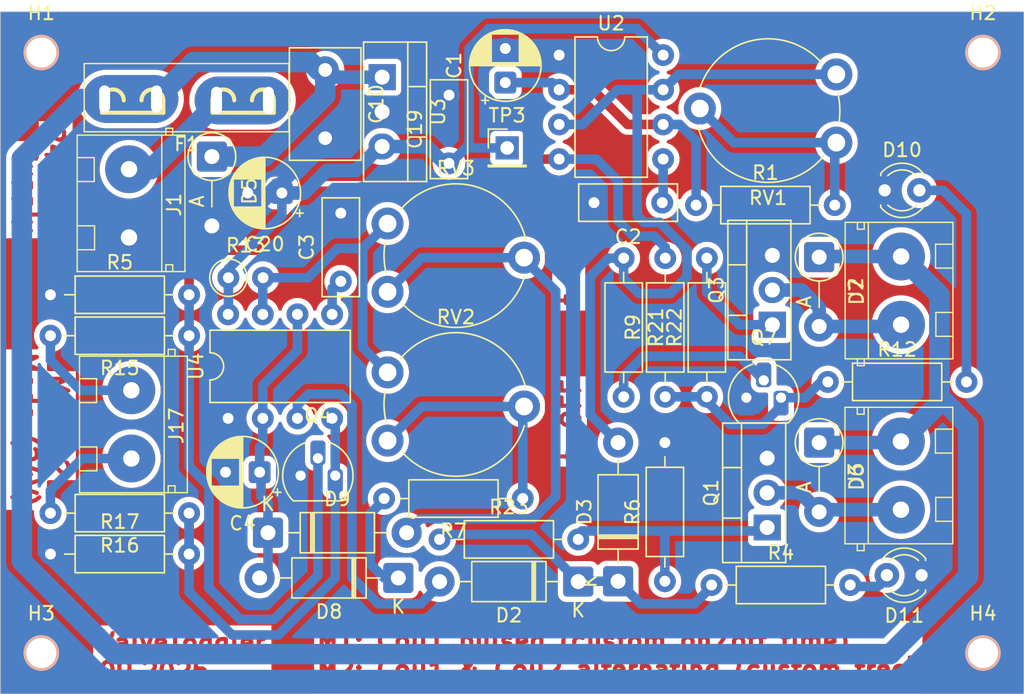
<source format=kicad_pcb>
(kicad_pcb (version 20241229) (generator "pcbnew") (generator_version "9.0")
  (layers (0 "F.Cu" signal) (4 "In1.Cu" signal) (6 "In2.Cu" signal) (2 "B.Cu" signal) (13 "F.Paste" user) (15 "B.Paste" user) (5 "F.SilkS" user "F.Silkscreen") (7 "B.SilkS" user "B.Silkscreen") (1 "F.Mask" user) (3 "B.Mask" user) (25 "Edge.Cuts" user))
  (net 0 "")
  (net 1 "GND")
  (net 2 "Net-(U2-THR)")
  (net 3 "Net-(U2-CV)")
  (net 4 "+24V")
  (net 5 "Net-(D6-A)")
  (net 6 "Net-(D7-A)")
  (net 7 "Net-(J1-Pin_1)")
  (net 8 "+12V")
  (net 9 "Net-(U4-CV)")
  (net 10 "Net-(D8-A)")
  (net 11 "Net-(D8-K)")
  (net 12 "Net-(D9-A)")
  (net 13 "Net-(D10-A)")
  (net 14 "Net-(D11-A)")
  (net 15 "/MODE_DOUBLE_IN")
  (net 16 "/MODE_SINGLE_IN")
  (net 17 "/MODE_DOUBLE_12V")
  (net 18 "Net-(R1-Pad2)")
  (net 19 "Net-(U4-DIS)")
  (net 20 "/MODE_SINGLE_12V")
  (net 21 "/F1_signal-mode1")
  (net 22 "/MOS1")
  (net 23 "/F2_signal-mode2")
  (net 24 "Net-(Q1-G)")
  (net 25 "/MOS2")
  (net 26 "Net-(Q7-G)")
  (net 27 "Net-(Q3-G)")
  (net 28 "Net-(R7-Pad1)")
  (footprint "misc_libJonny:Fuseholder_Automotive-Mini_Fuse11x4x16_Footprint15x5_Inline" (layer "F.Cu") (at 62.642 51.408 180)
    (property "Reference" "F1")
    (property "Value" "slow, max 4A")
  )
  (footprint "Diode_THT:D_DO-41_SOD81_P5.08mm_Vertical_AnodeUp" (layer "F.Cu") (at 102.997 62.992 -90)
    (property "Reference" "D7")
    (property "Value" "D")
  )
  (footprint "Diode_THT:D_DO-41_SOD81_P10.16mm_Horizontal" (layer "F.Cu") (at 88.265 86.741 90)
    (property "Reference" "D3")
    (property "Value" "1N5817")
  )
  (footprint "Diode_THT:D_DO-41_SOD81_P5.08mm_Vertical_AnodeUp" (layer "F.Cu") (at 102.997 76.581 -90)
    (property "Reference" "D6")
    (property "Value" "D")
  )
  (footprint "Resistor_THT:R_Axial_DIN0207_L6.3mm_D2.5mm_P10.16mm_Horizontal" (layer "F.Cu") (at 46.67 84.75)
    (property "Reference" "R17")
    (property "Value" "2k2")
  )
  (footprint "Resistor_THT:R_Axial_DIN0207_L6.3mm_D2.5mm_P10.16mm_Horizontal" (layer "F.Cu") (at 91.720295 73.225991 90)
    (property "Reference" "R9")
    (property "Value" "10k")
  )
  (footprint "Resistor_THT:R_Axial_DIN0207_L6.3mm_D2.5mm_P10.16mm_Horizontal" (layer "F.Cu") (at 88.672295 63.065991 -90)
    (property "Reference" "R21")
    (property "Value" "330")
  )
  (footprint "resistors_libJonny:Potentiometer_Piher_PT-10-V10_Vertical" (layer "F.Cu") (at 71.374 76.437)
    (property "Reference" "RV2")
    (property "Value" "100k_t-off")
  )
  (footprint "Capacitor_THT:CP_Radial_D5.0mm_P2.50mm" (layer "F.Cu") (at 80 50.205113 90)
    (property "Reference" "C1")
    (property "Value" "47u")
  )
  (footprint "Resistor_THT:R_Axial_DIN0207_L6.3mm_D2.5mm_P10.16mm_Horizontal" (layer "F.Cu") (at 94.768295 73.225991 90)
    (property "Reference" "R22")
    (property "Value" "330")
  )
  (footprint "Diode_THT:D_DO-41_SOD81_P10.16mm_Horizontal" (layer "F.Cu") (at 85.343402 86.767456 180)
    (property "Reference" "D2")
    (property "Value" "1N5817")
  )
  (footprint "Package_TO_SOT_THT:TO-220-3_Vertical" (layer "F.Cu") (at 99.568 67.945 90)
    (property "Reference" "Q3")
    (property "Value" "IRFZ24N")
  )
  (footprint "Capacitor_THT:C_Disc_D7.0mm_W2.5mm_P5.00mm" (layer "F.Cu") (at 75.874988 56.1208 90)
    (property "Reference" "C19")
    (property "Value" "100nF")
  )
  (footprint "LED_THT:LED_D3.0mm_Clear" (layer "F.Cu") (at 110.5 86.3 180)
    (property "Reference" "D11")
    (property "Value" "LED1_green")
  )
  (footprint "Resistor_THT:R_Axial_DIN0207_L6.3mm_D2.5mm_P10.16mm_Horizontal" (layer "F.Cu") (at 95.113214 87.01777)
    (property "Reference" "R4")
    (property "Value" "1k5")
  )
  (footprint "terminals_libJonny:ScrewTerminal_P5mm_2Pin_FP10x8" (layer "F.Cu") (at 52.428 56.551 -90)
    (property "Reference" "J1")
    (property "Value" "24V IN")
  )
  (footprint "Diode_THT:D_DO-41_SOD81_P10.16mm_Horizontal" (layer "F.Cu") (at 72.16 86.5 180)
    (property "Reference" "D8")
    (property "Value" "1N5817")
  )
  (footprint "Package_DIP:DIP-8_W7.62mm" (layer "F.Cu") (at 59.69 74.805 90)
    (property "Reference" "U4")
    (property "Value" "NE555P")
  )
  (footprint "Resistor_THT:R_Axial_DIN0207_L6.3mm_D2.5mm_P2.54mm_Vertical" (layer "F.Cu") (at 59.71 64.5)
    (property "Reference" "R13")
    (property "Value" "1k5_t-onMin")
  )
  (footprint "Resistor_THT:R_Axial_DIN0207_L6.3mm_D2.5mm_P10.16mm_Horizontal" (layer "F.Cu") (at 75.183045 83.674545)
    (property "Reference" "R23")
    (property "Value" "330")
  )
  (footprint "terminals_libJonny:ScrewTerminal_P5mm_2Pin_FP10x8" (layer "F.Cu") (at 109 67.945 90)
    (property "Reference" "J2")
    (property "Value" "Coil2")
  )
  (footprint "Capacitor_THT:C_Disc_D7.0mm_W2.5mm_P5.00mm" (layer "F.Cu") (at 91.5 59 180)
    (property "Reference" "C2")
    (property "Value" "100nF")
  )
  (footprint "resistors_libJonny:Potentiometer_Piher_PT-10-V10_Vertical" (layer "F.Cu") (at 104.255369 49.603308 180)
    (property "Reference" "RV1")
    (property "Value" "50k_freq1")
  )
  (footprint "Resistor_THT:R_Axial_DIN0207_L6.3mm_D2.5mm_P10.16mm_Horizontal" (layer "F.Cu") (at 56.83 68.75 180)
    (property "Reference" "R15")
    (property "Value" "2k2")
  )
  (footprint "Package_TO_SOT_THT:TO-220-3_Vertical" (layer "F.Cu") (at 70.975471 49.804903 -90)
    (property "Reference" "U3")
    (property "Value" "L7812")
  )
  (footprint "mountingHoles_libJonny:MountingHole_2.2mm_NPTH-with-pad_DRC-clearance-error" (layer "F.Cu") (at 115 92)
    (property "Reference" "H4")
    (property "Value" "MountingHole_Pad" (hide yes))
  )
  (footprint "Resistor_THT:R_Axial_DIN0207_L6.3mm_D2.5mm_P10.16mm_Horizontal" (layer "F.Cu") (at 81.280546 80.682207 180)
    (property "Reference" "R7")
    (property "Value" "3k3_t-offMin")
  )
  (footprint "Resistor_THT:R_Axial_DIN0207_L6.3mm_D2.5mm_P10.16mm_Horizontal" (layer "F.Cu") (at 103.632 72.136)
    (property "Reference" "R12")
    (property "Value" "1k5")
  )
  (footprint "terminals_libJonny:ScrewTerminal_P5mm_2Pin_FP10x8" (layer "F.Cu") (at 108.989 81.498 90)
    (property "Reference" "J3")
    (property "Value" "Coil1")
  )
  (footprint "Package_TO_SOT_THT:TO-220-3_Vertical" (layer "F.Cu") (at 99.187 82.804 90)
    (property "Reference" "Q1")
    (property "Value" "IRFZ24N")
  )
  (footprint "mountingHoles_libJonny:MountingHole_2.2mm_NPTH-with-pad_DRC-clearance-error" (layer "F.Cu") (at 46 92)
    (property "Reference" "H3")
    (property "Value" "MountingHole_Pad" (hide yes))
  )
  (footprint "mountingHoles_libJonny:MountingHole_2.2mm_NPTH-with-pad_DRC-clearance-error" (layer "F.Cu") (at 115 48)
    (property "Reference" "H2")
    (property "Value" "MountingHole_Pad" (hide yes))
  )
  (footprint "Capacitor_THT:CP_Radial_D5.0mm_P2.50mm" (layer "F.Cu") (at 62 78.75 180)
    (property "Reference" "C4")
    (property "Value" "47u")
  )
  (footprint "Package_TO_SOT_THT:TO-92_HandSolder" (layer "F.Cu") (at 97.663 73.291)
    (property "Reference" "Q7")
    (property "Value" "2N7000")
  )
  (footprint "Resistor_THT:R_Axial_DIN0207_L6.3mm_D2.5mm_P10.16mm_Horizontal" (layer "F.Cu") (at 46.67 65.75)
    (property "Reference" "R5")
    (property "Value" "2k2")
  )
  (footprint "Capacitor_THT:C_Disc_D7.0mm_W2.5mm_P5.00mm" (layer "F.Cu") (at 67.945 64.77 90)
    (property "Reference" "C3")
    (property "Value" "100nF")
  )
  (footprint "Resistor_THT:R_Axial_DIN0207_L6.3mm_D2.5mm_P10.16mm_Horizontal" (layer "F.Cu") (at 91.694 86.741 90)
    (property "Reference" "R6")
    (property "Value" "10k")
  )
  (footprint "Connector_PinHeader_2.54mm:PinHeader_1x01_P2.54mm_Vertical" (layer "F.Cu") (at 80.137 54.991)
    (property "Reference" "TP3")
    (property "Value" "12V")
  )
  (footprint "resistors_libJonny:Potentiometer_Piher_PT-10-V10_Vertical" (layer "F.Cu") (at 71.374 65.532)
    (property "Reference" "RV3")
    (property "Value" "50k_t-on")
  )
  (footprint "Package_TO_SOT_THT:TO-92_HandSolder" (layer "F.Cu") (at 65 79)
    (property "Reference" "Q4")
    (property "Value" "2N7000")
  )
  (footprint "Capacitor_THT:CP_Radial_D5.0mm_P2.50mm" (layer "F.Cu") (at 63.627 58.293 180)
    (property "Reference" "C20")
    (property "Value" "47u")
  )
  (footprint "Package_DIP:DIP-8_W7.62mm" (layer "F.Cu") (at 83.945 48.19)
    (property "Reference" "U2")
    (property "Value" "NE555P")
  )
  (footprint "mountingHoles_libJonny:MountingHole_2.2mm_NPTH-with-pad_DRC-clearance-error" (layer "F.Cu") (at 46 48)
    (property "Reference" "H1")
    (property "Value" "MountingHole_Pad" (hide yes))
  )
  (footprint "terminals_libJonny:ScrewTerminal_P5mm_2Pin_FP10x8" (layer "F.Cu") (at 52.6 72.75 -90)
    (property "Reference" "J17")
    (property "Value" "MODE (24V)")
  )
  (footprint "Resistor_THT:R_Axial_DIN0207_L6.3mm_D2.5mm_P10.16mm_Horizontal" (layer "F.Cu") (at 56.83 81.75 180)
    (property "Reference" "R16")
    (property "Value" "2k2")
  )
  (footprint "Diode_THT:D_DO-41_SOD81_P5.08mm_Vertical_AnodeUp" (layer "F.Cu") (at 58.5 55.626 -90)
    (property "Reference" "D5")
    (property "Value" "D")
  )
  (footprint "Resistor_THT:R_Axial_DIN0207_L6.3mm_D2.5mm_P10.16mm_Horizontal" (layer "F.Cu") (at 93.98 59.182)
    (property "Reference" "R1")
    (property "Value" "1k5_f-min")
  )
  (footprint "Diode_THT:D_DO-41_SOD81_P10.16mm_Horizontal" (layer "F.Cu") (at 62.611 83.185)
    (property "Reference" "D9")
    (property "Value" "1N5817")
  )
  (footprint "LED_THT:LED_D3.0mm_Clear" (layer "F.Cu") (at 107.8 58.1)
    (property "Reference" "D10")
    (property "Value" "LED2_orange")
  )
  (footprint "Capacitor_THT:C_Disc_D8.0mm_W5.0mm_P5.00mm" (layer "F.Cu") (at 66.802 49.276 -90)
    (property "Reference" "C10")
    (property "Value" "330nF")
  )
  (gr_rect (start 106.1 48.5) (end 109.529 55.612) (stroke (width 0.2)) (fill no) (layer "F.Cu") (net 1))
  (gr_rect (start 83 71.628) (end 86.429 78.74) (stroke (width 0.2)) (fill no) (layer "F.Cu") (net 1))
  (gr_rect (start 83 60.6) (end 86.429 67.712) (stroke (width 0.2)) (fill no) (layer "F.Cu") (net 1))
  (gr_rect (start 43 45) (end 118 95) (stroke (width 0.05)) (fill no) (layer "Edge.Cuts"))
  (gr_text "ValveToggler\n09.2025" (at 50.038 94.107 0) (layer "F.Cu") (effects (font (size 1.3 1.3) (thickness 0.3) (bold yes)) (justify left bottom)))
  (gr_text "M1: Coil1 pulsed (custom on/off time)\nM2: Coil1 & Coil2 alternating (custom freq)" (at 66.04 93.98 0) (layer "F.Cu") (effects (font (size 1.3 1.3) (thickness 0.3) (bold yes)) (justify left bottom)))
  (gr_text "freq" (at 108.4 54 90) (layer "F.Cu") (effects (font (size 1.3 1.3) (thickness 0.3) (bold yes)) (justify left bottom)))
  (gr_text "t-OFF" (at 85.598 78.105 90) (layer "F.Cu") (effects (font (size 1.3 1.3) (thickness 0.3) (bold yes)) (justify left bottom)))
  (gr_text "M1" (at 82.4 70.993 90) (layer "F.Cu") (effects (font (size 1.3 1.3) (thickness 0.3) (bold yes)) (justify left bottom)))
  (gr_text "Mode (24V)" (at 44.2 69.8 270) (layer "F.Cu") (effects (font (size 1.3 1.3) (thickness 0.3) (bold yes)) (justify left bottom)))
  (gr_text "24V  GND" (at 46.2 53.2 270) (layer "F.Cu") (effects (font (size 1.3 1.3) (thickness 0.3) (bold yes)) (justify left bottom)))
  (gr_text "M2" (at 111.9 53.594 90) (layer "F.Cu") (effects (font (size 1.3 1.3) (thickness 0.3) (bold yes)) (justify left bottom)))
  (gr_text "Supply" (at 44.2 54.6 270) (layer "F.Cu") (effects (font (size 1.3 1.3) (thickness 0.3) (bold yes)) (justify left bottom)))
  (gr_text "t-ON" (at 85.471 66.675 90) (layer "F.Cu") (effects (font (size 1.3 1.3) (thickness 0.3) (bold yes)) (justify left bottom)))
  (gr_text "M1  M2" (at 46.5 71.4 270) (layer "F.Cu") (effects (font (size 1.3 1.3) (thickness 0.3) (bold yes)) (justify left bottom)))
  (segment (start 67.736 53.85) (end 69.3 53.85) (width 1) (layer "B.Cu") (net 1))
  (segment (start 81.638 56.492) (end 81.638 52.363979) (width 0.7) (layer "B.Cu") (net 1))
  (segment (start 105.267 60.633) (end 101.8 60.633) (width 0.7) (layer "B.Cu") (net 1))
  (segment (start 68.453 58.547) (end 79.583 58.547) (width 0.7) (layer "B.Cu") (net 1))
  (segment (start 65.024 85.952288) (end 62.457288 88.519) (width 0.7) (layer "B.Cu") (net 1))
  (segment (start 58.5 60.33) (end 59.875113 60.33) (width 1) (layer "B.Cu") (net 1))
  (segment (start 69.3 53.85) (end 70.805097 52.344903) (width 1) (layer "B.Cu") (net 1))
  (segment (start 110.5 86.3) (end 111.887 84.913) (width 0.7) (layer "B.Cu") (net 1))
  (segment (start 60.896113 59.309) (end 60.896113 58.523887) (width 1) (layer "B.Cu") (net 1))
  (segment (start 59.5 86.805) (end 59.5 78.75) (width 0.7) (layer "B.Cu") (net 1))
  (segment (start 66.374 54.704) (end 66.802 54.276) (width 1) (layer "B.Cu") (net 1))
  (segment (start 63.269734 57.708) (end 63.45 57.708) (width 1) (layer "B.Cu") (net 1))
  (segment (start 61.127 58.674) (end 61.705113 59.252113) (width 1) (layer "B.Cu") (net 1))
  (segment (start 74.75 52.35) (end 75.874988 51.225012) (width 1) (layer "B.Cu") (net 1))
  (segment (start 65 79) (end 65.024 79.024) (width 0.7) (layer "B.Cu") (net 1))
  (segment (start 58.42 60.25) (end 58.5 60.33) (width 2) (layer "B.Cu") (net 1))
  (segment (start 80 47.705113) (end 83.460113 47.705113) (width 0.7) (layer "B.Cu") (net 1))
  (segment (start 61.127 58.293) (end 61.127 58.674) (width 1) (layer "B.Cu") (net 1))
  (segment (start 111.887 84.913) (end 111.887 80.137) (width 0.7) (layer "B.Cu") (net 1))
  (segment (start 96.146991 71.774991) (end 97.663 73.291) (width 0.7) (layer "B.Cu") (net 1))
  (segment (start 70.975471 52.344903) (end 70.980568 52.35) (width 1) (layer "B.Cu") (net 1))
  (segment (start 86.5 59) (end 82.9 59) (width 0.7) (layer "B.Cu") (net 1))
  (segment (start 46.67 63.058) (end 49.478 60.25) (width 0.7) (layer "B.Cu") (net 1))
  (segment (start 66.802 54.276) (end 67.31 54.276) (width 1) (layer "B.Cu") (net 1))
  (segment (start 70.805097 52.344903) (end 70.975471 52.344903) (width 1) (layer "B.Cu") (net 1))
  (segment (start 99.441 77.978) (end 99.187 77.724) (width 0.7) (layer "B.Cu") (net 1))
  (segment (start 79.777732 52.363979) (end 78.359 50.945247) (width 0.7) (layer "B.Cu") (net 1))
  (segment (start 90.269295 72.163705) (end 90.658009 71.774991) (width 0.7) (layer "B.Cu") (net 1))
  (segment (start 61.705113 59.252113) (end 61.905887 59.252113) (width 1) (layer "B.Cu") (net 1))
  (segment (start 99.187 77.724) (end 92.837 77.724) (width 0.7) (layer "B.Cu") (net 1))
  (segment (start 67.31 54.276) (end 67.736 53.85) (width 1) (layer "B.Cu") (net 1))
  (segment (start 65.024 79.024) (end 65.024 85.952288) (width 0.7) (layer "B.Cu") (net 1))
  (segment (start 92.837 77.724) (end 91.694 76.581) (width 0.7) (layer "B.Cu") (net 1))
  (segment (start 81.015 57.115) (end 81.638 56.492) (width 0.7) (layer "B.Cu") (net 1))
  (segment (start 59.875113 60.33) (end 60.896113 59.309) (width 1) (layer "B.Cu") (net 1))
  (segment (start 52.35 60.25) (end 58.42 60.25) (width 2) (layer "B.Cu") (net 1))
  (segment (start 110.729404 78.979404) (end 101.839404 78.979404) (width 0.7) (layer "B.Cu") (net 1))
  (segment (start 67.945 59.055) (end 68.453 58.547) (width 0.7) (layer "B.Cu") (net 1))
  (segment (start 66.374 54.784) (end 66.374 54.704) (width 1) (layer "B.Cu") (net 1))
  (segment (start 70.980568 52.35) (end 74.75 52.35) (width 1) (layer "B.Cu") (net 1))
  (segment (start 78.359 50.945247) (end 78.359 49.346113) (width 0.7) (layer "B.Cu") (net 1))
  (segment (start 78.359 49.346113) (end 80 47.705113) (width 0.7) (layer "B.Cu") (net 1))
  (segment (start 90.269295 75.156295) (end 90.269295 72.163705) (width 0.7) (layer "B.Cu") (net 1))
  (segment (start 49.478 60.25) (end 52.35 60.25) (width 0.7) (layer "B.Cu") (net 1))
  (segment (start 101.839404 78.979404) (end 100.838 77.978) (width 0.7) (layer "B.Cu") (net 1))
  (segment (start 46.67 65.75) (end 46.67 63.058) (width 0.7) (layer "B.Cu") (net 1))
  (segment (start 90.658009 71.774991) (end 96.146991 71.774991) (width 0.7) (layer "B.Cu") (net 1))
  (segment (start 62.661 58.497) (end 62.661 58.316734) (width 1) (layer "B.Cu") (net 1))
  (segment (start 62.457288 88.519) (end 61.214 88.519) (width 0.7) (layer "B.Cu") (net 1))
  (segment (start 60.896113 58.523887) (end 61.127 58.293) (width 1) (layer "B.Cu") (net 1))
  (segment (start 59.69 74.805) (end 59.69 78.56) (width 0.7) (layer "B.Cu") (net 1))
  (segment (start 91.694 76.581) (end 90.269295 75.156295) (width 0.7) (layer "B.Cu") (net 1))
  (segment (start 75.874988 51.225012) (end 75.874988 51.1208) (width 1) (layer "B.Cu") (net 1))
  (segment (start 107.8 58.1) (end 105.267 60.633) (width 0.7) (layer "B.Cu") (net 1))
  (segment (start 111.887 80.137) (end 110.729404 78.979404) (width 0.7) (layer "B.Cu") (net 1))
  (segment (start 61.905887 59.252113) (end 62.661 58.497) (width 1) (layer "B.Cu") (net 1))
  (segment (start 100.838 77.978) (end 99.441 77.978) (width 0.7) (layer "B.Cu") (net 1))
  (segment (start 81.638 52.363979) (end 79.777732 52.363979) (width 0.7) (layer "B.Cu") (net 1))
  (segment (start 79.583 58.547) (end 81.015 57.115) (width 0.7) (layer "B.Cu") (net 1))
  (segment (start 82.9 59) (end 81.015 57.115) (width 0.7) (layer "B.Cu") (net 1))
  (segment (start 59.69 78.56) (end 59.5 78.75) (width 0.7) (layer "B.Cu") (net 1))
  (segment (start 63.45 57.708) (end 66.374 54.784) (width 1) (layer "B.Cu") (net 1))
  (segment (start 67.945 59.77) (end 67.945 59.055) (width 0.7) (layer "B.Cu") (net 1))
  (segment (start 61.214 88.519) (end 59.5 86.805) (width 0.7) (layer "B.Cu") (net 1))
  (segment (start 101.8 60.633) (end 99.568 62.865) (width 0.7) (layer "B.Cu") (net 1))
  (segment (start 83.460113 47.705113) (end 83.945 48.19) (width 0.7) (layer "B.Cu") (net 1))
  (segment (start 62.661 58.316734) (end 63.269734 57.708) (width 1) (layer "B.Cu") (net 1))
  (segment (start 88.957 53.27) (end 91.565 53.27) (width 0.7) (layer "F.Cu") (net 2))
  (segment (start 83.945 50.73) (end 86.417 50.73) (width 0.7) (layer "F.Cu") (net 2))
  (segment (start 86.417 50.73) (end 88.957 53.27) (width 0.7) (layer "F.Cu") (net 2))
  (segment (start 93.98 59.182) (end 93.98 54.483) (width 0.7) (layer "B.Cu") (net 2))
  (segment (start 80 50.205113) (end 83.420113 50.205113) (width 0.7) (layer "B.Cu") (net 2))
  (segment (start 83.420113 50.205113) (end 83.945 50.73) (width 0.7) (layer "B.Cu") (net 2))
  (segment (start 93.98 54.483) (end 92.767 53.27) (width 0.7) (layer "B.Cu") (net 2))
  (segment (start 92.767 53.27) (end 91.565 53.27) (width 0.7) (layer "B.Cu") (net 2))
  (segment (start 91.565 55.81) (end 91.565 58.935) (width 0.7) (layer "B.Cu") (net 3))
  (segment (start 91.565 58.935) (end 91.5 59) (width 0.7) (layer "B.Cu") (net 3))
  (segment (start 111.801 73.193) (end 111.801 65.746) (width 1.5) (layer "B.Cu") (net 4))
  (segment (start 44.577 85.27471) (end 51.38129 92.079) (width 1.5) (layer "B.Cu") (net 4))
  (segment (start 102.997 76.581) (end 108.906 76.581) (width 1) (layer "B.Cu") (net 4))
  (segment (start 113.919 86.36) (end 113.919 76.835) (width 1.5) (layer "B.Cu") (net 4))
  (segment (start 66.802 49.276) (end 66.294 49.276) (width 1.5) (layer "B.Cu") (net 4))
  (segment (start 109 62.945) (end 103.044 62.945) (width 1) (layer "B.Cu") (net 4))
  (segment (start 65.725 48.707) (end 57.143 48.707) (width 1.5) (layer "B.Cu") (net 4))
  (segment (start 58.5 55.626) (end 62.335212 55.626) (width 1.5) (layer "B.Cu") (net 4))
  (segment (start 57.143 48.707) (end 54.442 51.408) (width 1.5) (layer "B.Cu") (net 4))
  (segment (start 44.577 55.753) (end 44.577 85.27471) (width 1.5) (layer "B.Cu") (net 4))
  (segment (start 51.38129 92.079) (end 108.2 92.079) (width 1.5) (layer "B.Cu") (net 4))
  (segment (start 67.76 49.81) (end 70.970374 49.81) (width 1) (layer "B.Cu") (net 4))
  (segment (start 113.919 76.835) (end 113.919 75.311) (width 1.5) (layer "B.Cu") (net 4))
  (segment (start 66.802 49.276) (end 67.31 49.784) (width 1) (layer "B.Cu") (net 4))
  (segment (start 70.970374 49.81) (end 70.975471 49.804903) (width 1) (layer "B.Cu") (net 4))
  (segment (start 62.335212 55.626) (end 66.802 51.159212) (width 1.5) (layer "B.Cu") (net 4))
  (segment (start 113.919 75.311) (end 111.801 73.193) (width 1.5) (layer "B.Cu") (net 4))
  (segment (start 103.044 62.945) (end 102.997 62.992) (width 1) (layer "B.Cu") (net 4))
  (segment (start 108.906 76.581) (end 108.989 76.498) (width 1) (layer "B.Cu") (net 4))
  (segment (start 66.294 49.276) (end 65.725 48.707) (width 1.5) (layer "B.Cu") (net 4))
  (segment (start 66.802 51.159212) (end 66.802 49.276) (width 1.5) (layer "B.Cu") (net 4))
  (segment (start 67.31 49.784) (end 67.734 49.784) (width 1) (layer "B.Cu") (net 4))
  (segment (start 111.801 65.746) (end 109 62.945) (width 1.5) (layer "B.Cu") (net 4))
  (segment (start 108.2 92.079) (end 113.919 86.36) (width 1.5) (layer "B.Cu") (net 4))
  (segment (start 67.734 49.784) (end 67.76 49.81) (width 1) (layer "B.Cu") (net 4))
  (segment (start 111.801 73.686) (end 111.801 73.193) (width 1.5) (layer "B.Cu") (net 4))
  (segment (start 48.922 51.408) (end 44.577 55.753) (width 1.5) (layer "B.Cu") (net 4))
  (segment (start 108.989 76.498) (end 111.801 73.686) (width 1.5) (layer "B.Cu") (net 4))
  (segment (start 54.442 51.408) (end 48.922 51.408) (width 1.5) (layer "B.Cu") (net 4))
  (segment (start 99.187 80.264) (end 101.6 80.264) (width 1) (layer "B.Cu") (net 5))
  (segment (start 103.16 81.498) (end 102.997 81.661) (width 1) (layer "B.Cu") (net 5))
  (segment (start 101.6 80.264) (end 102.997 81.661) (width 1) (layer "B.Cu") (net 5))
  (segment (start 108.989 81.498) (end 103.16 81.498) (width 1) (layer "B.Cu") (net 5))
  (segment (start 102.997 66.675) (end 102.997 68.072) (width 1) (layer "B.Cu") (net 6))
  (segment (start 101.727 65.405) (end 102.997 66.675) (width 1) (layer "B.Cu") (net 6))
  (segment (start 108.873 68.072) (end 109 67.945) (width 1) (layer "B.Cu") (net 6))
  (segment (start 99.568 65.405) (end 101.727 65.405) (width 1) (layer "B.Cu") (net 6))
  (segment (start 102.997 68.072) (end 108.873 68.072) (width 1) (layer "B.Cu") (net 6))
  (segment (start 54.02818 56.551) (end 59.07118 51.508) (width 1.5) (layer "B.Cu") (net 7))
  (segment (start 52.428 56.551) (end 54.02818 56.551) (width 1.5) (layer "B.Cu") (net 7))
  (segment (start 59.07118 51.508) (end 62.642 51.508) (width 1.5) (layer "B.Cu") (net 7))
  (segment (start 59.71 67.165) (end 59.69 67.185) (width 0.7) (layer "F.Cu") (net 8))
  (segment (start 70.975471 54.884903) (end 70.980568 54.89) (width 1) (layer "B.Cu") (net 8))
  (segment (start 75.5208 56.1208) (end 75.874988 56.1208) (width 1) (layer "B.Cu") (net 8))
  (segment (start 91.565 48.19) (end 89.629113 46.254113) (width 0.7) (layer "B.Cu") (net 8))
  (segment (start 80.137 54.991) (end 77.109 54.991) (width 0.7) (layer "B.Cu") (net 8))
  (segment (start 70.805097 54.884903) (end 70.975471 54.884903) (width 1) (layer "B.Cu") (net 8))
  (segment (start 74.29 54.89) (end 75.5208 56.1208) (width 1) (layer "B.Cu") (net 8))
  (segment (start 69.048 56.642) (end 70.805097 54.884903) (width 1) (layer "B.Cu") (net 8))
  (segment (start 63.627 58.293) (end 65.278 58.293) (width 1) (layer "B.Cu") (net 8))
  (segment (start 59.71 63.861) (end 59.71 64.5) (width 0.7) (layer "B.Cu") (net 8))
  (segment (start 89.629113 46.254113) (end 78.793863 46.254113) (width 0.7) (layer "B.Cu") (net 8))
  (segment (start 63.627 58.293) (end 63.627 59.944) (width 0.7) (layer "B.Cu") (net 8))
  (segment (start 78.793863 46.254113) (end 77.343 47.704976) (width 0.7) (layer "B.Cu") (net 8))
  (segment (start 75.9792 56.1208) (end 75.874988 56.1208) (width 0.7) (layer "B.Cu") (net 8))
  (segment (start 59.71 64.5) (end 59.71 67.165) (width 0.7) (layer "B.Cu") (net 8))
  (segment (start 77.343 54.757) (end 75.9792 56.1208) (width 0.7) (layer "B.Cu") (net 8))
  (segment (start 66.929 56.642) (end 69.048 56.642) (width 1) (layer "B.Cu") (net 8))
  (segment (start 70.980568 54.89) (end 74.29 54.89) (width 1) (layer "B.Cu") (net 8))
  (segment (start 77.343 47.704976) (end 77.343 54.757) (width 0.7) (layer "B.Cu") (net 8))
  (segment (start 63.627 59.944) (end 59.71 63.861) (width 0.7) (layer "B.Cu") (net 8))
  (segment (start 77.109 54.991) (end 75.9792 56.1208) (width 0.7) (layer "B.Cu") (net 8))
  (segment (start 59.71 67.165) (end 59.69 67.185) (width 0.7) (layer "B.Cu") (net 8))
  (segment (start 65.278 58.293) (end 66.929 56.642) (width 1) (layer "B.Cu") (net 8))
  (segment (start 67.31 67.185) (end 67.31 65.278) (width 0.7) (layer "B.Cu") (net 9))
  (segment (start 67.818 64.77) (end 67.945 64.77) (width 0.7) (layer "B.Cu") (net 9))
  (segment (start 67.31 65.278) (end 67.818 64.77) (width 0.7) (layer "B.Cu") (net 9))
  (segment (start 62 78.75) (end 62 76.9) (width 0.7) (layer "B.Cu") (net 10))
  (segment (start 62.23 76.67) (end 62.23 74.805) (width 0.7) (layer "B.Cu") (net 10))
  (segment (start 62.611 83.185) (end 62.611 85.889) (width 0.7) (layer "B.Cu") (net 10))
  (segment (start 62.611 85.889) (end 62 86.5) (width 0.7) (layer "B.Cu") (net 10))
  (segment (start 62 78.75) (end 62.103 78.853) (width 0.7) (layer "B.Cu") (net 10))
  (segment (start 62.23 72.37) (end 62.23 74.805) (width 0.7) (layer "B.Cu") (net 10))
  (segment (start 62.103 78.853) (end 62.103 80.518) (width 0.7) (layer "B.Cu") (net 10))
  (segment (start 62.611 81.026) (end 62.611 83.185) (width 0.7) (layer "B.Cu") (net 10))
  (segment (start 64.77 69.83) (end 62.23 72.37) (width 0.7) (layer "B.Cu") (net 10))
  (segment (start 62.103 80.518) (end 62.611 81.026) (width 0.7) (layer "B.Cu") (net 10))
  (segment (start 64.77 67.185) (end 64.77 69.83) (width 0.7) (layer "B.Cu") (net 10))
  (segment (start 62 76.9) (end 62.23 76.67) (width 0.7) (layer "B.Cu") (net 10))
  (segment (start 70.104 81.788) (end 70.104 85.471) (width 0.7) (layer "B.Cu") (net 11))
  (segment (start 71.120546 80.771454) (end 70.104 81.788) (width 0.7) (layer "B.Cu") (net 11))
  (segment (start 71.133 86.5) (end 72.16 86.5) (width 0.7) (layer "B.Cu") (net 11))
  (segment (start 70.104 85.471) (end 71.133 86.5) (width 0.7) (layer "B.Cu") (net 11))
  (segment (start 71.120546 80.682207) (end 71.120546 80.771454) (width 0.7) (layer "B.Cu") (net 11))
  (segment (start 81.374 63.159) (end 81.374 63.032) (width 0.7) (layer "B.Cu") (net 12))
  (segment (start 83.693 80.518) (end 83.693 65.478) (width 0.7) (layer "B.Cu") (net 12))
  (segment (start 83.693 65.478) (end 81.374 63.159) (width 0.7) (layer "B.Cu") (net 12))
  (segment (start 81.374 63.032) (end 73.874 63.032) (width 0.7) (layer "B.Cu") (net 12))
  (segment (start 73.874 63.032) (end 71.374 65.532) (width 0.7) (layer "B.Cu") (net 12))
  (segment (start 73.787 82.169) (end 82.042 82.169) (width 0.7) (layer "B.Cu") (net 12))
  (segment (start 72.771 83.185) (end 73.787 82.169) (width 0.7) (layer "B.Cu") (net 12))
  (segment (start 82.042 82.169) (end 83.693 80.518) (width 0.7) (layer "B.Cu") (net 12))
  (segment (start 113.792 59.817) (end 112.075 58.1) (width 0.7) (layer "B.Cu") (net 13))
  (segment (start 113.792 72.136) (end 113.792 59.817) (width 0.7) (layer "B.Cu") (net 13))
  (segment (start 112.075 58.1) (end 110.34 58.1) (width 0.7) (layer "B.Cu") (net 13))
  (segment (start 107.338 87.122) (end 108.06 86.4) (width 0.7) (layer "B.Cu") (net 14))
  (segment (start 108.06 86.4) (end 107.96 86.3) (width 0.7) (layer "B.Cu") (net 14))
  (segment (start 105.273214 87.01777) (end 105.377444 87.122) (width 0.7) (layer "B.Cu") (net 14))
  (segment (start 105.377444 87.122) (end 107.338 87.122) (width 0.7) (layer "B.Cu") (net 14))
  (segment (start 48.874 72.75) (end 46.67 70.546) (width 0.7) (layer "B.Cu") (net 15))
  (segment (start 52.6 72.75) (end 48.874 72.75) (width 0.7) (layer "B.Cu") (net 15))
  (segment (start 46.67 70.546) (end 46.67 68.75) (width 0.7) (layer "B.Cu") (net 15))
  (segment (start 46.67 80.076) (end 46.67 81.75) (width 0.7) (layer "B.Cu") (net 16))
  (segment (start 52.6 77.75) (end 48.996 77.75) (width 0.7) (layer "B.Cu") (net 16))
  (segment (start 48.996 77.75) (end 46.67 80.076) (width 0.7) (layer "B.Cu") (net 16))
  (segment (start 66.222488 58.166) (end 61.904488 62.484) (width 0.7) (layer "F.Cu") (net 17))
  (segment (start 61.904488 62.484) (end 58.166 62.484) (width 0.7) (layer "F.Cu") (net 17))
  (segment (start 79.883 58.166) (end 66.222488 58.166) (width 0.7) (layer "F.Cu") (net 17))
  (segment (start 83.945 55.81) (end 82.239 55.81) (width 0.7) (layer "F.Cu") (net 17))
  (segment (start 58.166 62.484) (end 56.83 63.82) (width 0.7) (layer "F.Cu") (net 17))
  (segment (start 56.83 63.82) (end 56.83 65.75) (width 0.7) (layer "F.Cu") (net 17))
  (segment (start 82.239 55.81) (end 79.883 58.166) (width 0.7) (layer "F.Cu") (net 17))
  (segment (start 88.265 57.404) (end 86.671 55.81) (width 0.7) (layer "B.Cu") (net 17))
  (segment (start 58.281 79.781) (end 56.83 78.33) (width 0.7) (layer "B.Cu") (net 17))
  (segment (start 58.281 87.237) (end 58.281 79.781) (width 0.7) (layer "B.Cu") (net 17))
  (segment (start 66.27 77.73) (end 66.27 86.315751) (width 0.7) (layer "B.Cu") (net 17))
  (segment (start 56.83 65.75) (end 56.83 68.75) (width 0.7) (layer "B.Cu") (net 17))
  (segment (start 89.392 61.452) (end 88.265 60.325) (width 0.7) (layer "B.Cu") (net 17))
  (segment (start 66.27 86.315751) (end 63.050751 89.535) (width 0.7) (layer "B.Cu") (net 17))
  (segment (start 56.83 78.33) (end 56.83 68.75) (width 0.7) (layer "B.Cu") (net 17))
  (segment (start 91.720295 62.274923) (end 90.897372 61.452) (width 0.7) (layer "B.Cu") (net 17))
  (segment (start 86.671 55.81) (end 83.945 55.81) (width 0.7) (layer "B.Cu") (net 17))
  (segment (start 88.265 60.325) (end 88.265 57.404) (width 0.7) (layer "B.Cu") (net 17))
  (segment (start 63.050751 89.535) (end 60.579 89.535) (width 0.7) (layer "B.Cu") (net 17))
  (segment (start 60.579 89.535) (end 58.281 87.237) (width 0.7) (layer "B.Cu") (net 17))
  (segment (start 90.897372 61.452) (end 89.392 61.452) (width 0.7) (layer "B.Cu") (net 17))
  (segment (start 91.720295 63.065991) (end 91.720295 62.274923) (width 0.7) (layer "B.Cu") (net 17))
  (segment (start 104.14 59.182) (end 104.14 54.71) (width 0.7) (layer "B.Cu") (net 18))
  (segment (start 94.25 52.1) (end 96.75 54.6) (width 0.7) (layer "B.Cu") (net 18))
  (segment (start 104.14 54.71) (end 104.25 54.6) (width 0.7) (layer "B.Cu") (net 18))
  (segment (start 96.75 54.6) (end 104.25 54.6) (width 0.7) (layer "B.Cu") (net 18))
  (segment (start 65.548 64.5) (end 67.691 62.357) (width 0.7) (layer "B.Cu") (net 19))
  (segment (start 67.691 62.357) (end 69.549 62.357) (width 0.7) (layer "B.Cu") (net 19))
  (segment (start 62.25 64.5) (end 65.548 64.5) (width 0.7) (layer "B.Cu") (net 19))
  (segment (start 69.549 62.357) (end 69.549 69.612) (width 0.7) (layer "B.Cu") (net 19))
  (segment (start 62.23 64.52) (end 62.25 64.5) (width 0.7) (layer "B.Cu") (net 19))
  (segment (start 69.549 69.612) (end 71.374 71.437) (width 0.7) (layer "B.Cu") (net 19))
  (segment (start 69.549 62.357) (end 71.374 60.532) (width 0.7) (layer "B.Cu") (net 19))
  (segment (start 62.23 67.185) (end 62.23 64.52) (width 0.7) (layer "B.Cu") (net 19))
  (segment (start 56.83 81.75) (end 56.83 84.75) (width 0.7) (layer "B.Cu") (net 20))
  (segment (start 67.54 75.035) (end 67.31 74.805) (width 0.7) (layer "B.Cu") (net 20))
  (segment (start 67.54 79) (end 67.54 75.035) (width 0.7) (layer "B.Cu") (net 20))
  (segment (start 56.83 87.53) (end 59.978 90.678) (width 0.7) (layer "B.Cu") (net 20))
  (segment (start 59.978 90.678) (end 63.373 90.678) (width 0.7) (layer "B.Cu") (net 20))
  (segment (start 67.54 86.511) (end 67.54 79) (width 0.7) (layer "B.Cu") (net 20))
  (segment (start 56.83 81.75) (end 56.83 87.53) (width 0.7) (layer "B.Cu") (net 20))
  (segment (start 63.373 90.678) (end 67.54 86.511) (width 0.7) (layer "B.Cu") (net 20))
  (segment (start 65.575 73.025) (end 64.77 73.83) (width 0.7) (layer "B.Cu") (net 21))
  (segment (start 68.761 73.841) (end 67.945 73.025) (width 0.7) (layer "B.Cu") (net 21))
  (segment (start 75.184 87.016) (end 73.808 88.392) (width 0.7) (layer "B.Cu") (net 21))
  (segment (start 64.77 73.83) (end 64.77 74.805) (width 0.7) (layer "B.Cu") (net 21))
  (segment (start 73.808 88.392) (end 70.692 88.392) (width 0.7) (layer "B.Cu") (net 21))
  (segment (start 75.183402 86.767456) (end 75.184 86.768054) (width 0.7) (layer "B.Cu") (net 21))
  (segment (start 68.761 86.461) (end 68.761 73.841) (width 0.7) (layer "B.Cu") (net 21))
  (segment (start 70.692 88.392) (end 68.761 86.461) (width 0.7) (layer "B.Cu") (net 21))
  (segment (start 67.945 73.025) (end 65.575 73.025) (width 0.7) (layer "B.Cu") (net 21))
  (segment (start 75.184 86.768054) (end 75.184 87.016) (width 0.7) (layer "B.Cu") (net 21))
  (segment (start 85.343402 86.740402) (end 85.343402 86.767456) (width 0.7) (layer "B.Cu") (net 22))
  (segment (start 95.113214 87.131786) (end 93.853 88.392) (width 0.7) (layer "B.Cu") (net 22))
  (segment (start 81.915 83.312) (end 85.343402 86.740402) (width 0.7) (layer "B.Cu") (net 22))
  (segment (start 75.197498 83.660092) (end 75.197498 83.631331) (width 0.7) (layer "B.Cu") (net 22))
  (segment (start 75.197498 83.631331) (end 75.516829 83.312) (width 0.7) (layer "B.Cu") (net 22))
  (segment (start 88.265 86.741) (end 85.369858 86.741) (width 0.7) (layer "B.Cu") (net 22))
  (segment (start 95.113214 87.01777) (end 95.113214 87.131786) (width 0.7) (layer "B.Cu") (net 22))
  (segment (start 89.916 88.392) (end 88.265 86.741) (width 0.7) (layer "B.Cu") (net 22))
  (segment (start 85.369858 86.741) (end 85.343402 86.767456) (width 0.7) (layer "B.Cu") (net 22))
  (segment (start 75.183045 83.674545) (end 75.197498 83.660092) (width 0.7) (layer "B.Cu") (net 22))
  (segment (start 75.516829 83.312) (end 81.915 83.312) (width 0.7) (layer "B.Cu") (net 22))
  (segment (start 93.853 88.392) (end 89.916 88.392) (width 0.7) (layer "B.Cu") (net 22))
  (segment (start 93.317295 62.456295) (end 91.312 60.451) (width 0.7) (layer "B.Cu") (net 23))
  (segment (start 104.25 49.6) (end 92.695 49.6) (width 0.7) (layer "B.Cu") (net 23))
  (segment (start 88.265 76.581) (end 86.233 74.549) (width 0.7) (layer "B.Cu") (net 23))
  (segment (start 86.233 64.389) (end 87.556009 63.065991) (width 0.7) (layer "B.Cu") (net 23))
  (segment (start 87.556009 63.065991) (end 88.672295 63.065991) (width 0.7) (layer "B.Cu") (net 23))
  (segment (start 83.945 53.27) (end 85.668 53.27) (width 0.7) (layer "B.Cu") (net 23))
  (segment (start 89.789 65.659) (end 92.075 65.659) (width 0.7) (layer "B.Cu") (net 23))
  (segment (start 90.169 60.451) (end 89.662 59.944) (width 0.7) (layer "B.Cu") (net 23))
  (segment (start 92.695 49.6) (end 91.565 50.73) (width 0.7) (layer "B.Cu") (net 23))
  (segment (start 89.662 59.944) (end 89.662 50.73) (width 0.7) (layer "B.Cu") (net 23))
  (segment (start 92.075 65.659) (end 93.317295 64.416705) (width 0.7) (layer "B.Cu") (net 23))
  (segment (start 86.233 74.549) (end 86.233 64.389) (width 0.7) (layer "B.Cu") (net 23))
  (segment (start 93.317295 64.416705) (end 93.317295 62.456295) (width 0.7) (layer "B.Cu") (net 23))
  (segment (start 88.208 50.73) (end 89.662 50.73) (width 0.7) (layer "B.Cu") (net 23))
  (segment (start 89.662 50.73) (end 91.565 50.73) (width 0.7) (layer "B.Cu") (net 23))
  (segment (start 88.672295 64.542295) (end 89.789 65.659) (width 0.7) (layer "B.Cu") (net 23))
  (segment (start 88.672295 63.065991) (end 88.672295 64.542295) (width 0.7) (layer "B.Cu") (net 23))
  (segment (start 85.668 53.27) (end 88.208 50.73) (width 0.7) (layer "B.Cu") (net 23))
  (segment (start 91.312 60.451) (end 90.169 60.451) (width 0.7) (layer "B.Cu") (net 23))
  (segment (start 99.187 82.804) (end 98.933 83.058) (width 0.7) (layer "B.Cu") (net 24))
  (segment (start 91.694 86.741) (end 91.694 83.058) (width 0.7) (layer "B.Cu") (net 24))
  (segment (start 91.694 83.058) (end 85.598 83.058) (width 0.7) (layer "B.Cu") (net 24))
  (segment (start 98.933 83.058) (end 91.694 83.058) (width 0.7) (layer "B.Cu") (net 24))
  (segment (start 85.348254 83.636396) (end 85.343045 83.641605) (width 0.7) (layer "B.Cu") (net 24))
  (segment (start 85.598 83.058) (end 85.348254 83.307746) (width 0.7) (layer "B.Cu") (net 24))
  (segment (start 85.348254 83.307746) (end 85.348254 83.636396) (width 0.7) (layer "B.Cu") (net 24))
  (segment (start 85.343045 83.641605) (end 85.343045 83.674545) (width 0.7) (layer "B.Cu") (net 24))
  (segment (start 103.124 72.136) (end 103.632 72.136) (width 0.7) (layer "B.Cu") (net 25))
  (segment (start 96.462 75.242) (end 94.768295 73.548295) (width 0.7) (layer "B.Cu") (net 25))
  (segment (start 94.768295 73.548295) (end 94.768295 73.225991) (width 0.7) (layer "B.Cu") (net 25))
  (segment (start 94.768295 73.225991) (end 91.720295 73.225991) (width 0.7) (layer "B.Cu") (net 25))
  (segment (start 100.203 73.291) (end 100.203 73.903) (width 0.7) (layer "B.Cu") (net 25))
  (segment (start 101.969 73.291) (end 103.124 72.136) (width 0.7) (layer "B.Cu") (net 25))
  (segment (start 100.203 73.291) (end 101.969 73.291) (width 0.7) (layer "B.Cu") (net 25))
  (segment (start 100.203 73.903) (end 98.864 75.242) (width 0.7) (layer "B.Cu") (net 25))
  (segment (start 98.864 75.242) (end 96.462 75.242) (width 0.7) (layer "B.Cu") (net 25))
  (segment (start 97.162991 70.250991) (end 98.933 72.021) (width 0.7) (layer "B.Cu") (net 26))
  (segment (start 90.123295 70.250991) (end 97.162991 70.250991) (width 0.7) (layer "B.Cu") (net 26))
  (segment (start 88.672295 71.701991) (end 90.123295 70.250991) (width 0.7) (layer "B.Cu") (net 26))
  (segment (start 88.672295 73.225991) (end 88.672295 71.701991) (width 0.7) (layer "B.Cu") (net 26))
  (segment (start 94.768295 63.065991) (end 94.768295 65.558295) (width 0.7) (layer "B.Cu") (net 27))
  (segment (start 94.768295 65.558295) (end 97.155 67.945) (width 0.7) (layer "B.Cu") (net 27))
  (segment (start 97.155 67.945) (end 99.568 67.945) (width 0.7) (layer "B.Cu") (net 27))
  (segment (start 81.28 73.97) (end 81.313 73.937) (width 0.7) (layer "B.Cu") (net 28))
  (segment (start 71.247 76.437) (end 71.374 76.437) (width 0.7) (layer "B.Cu") (net 28))
  (segment (start 81.374 73.937) (end 73.874 73.937) (width 0.7) (layer "B.Cu") (net 28))
  (segment (start 81.280546 80.682207) (end 81.28 80.681661) (width 0.7) (layer "B.Cu") (net 28))
  (segment (start 81.28 80.681661) (end 81.28 73.97) (width 0.7) (layer "B.Cu") (net 28))
  (segment (start 73.874 73.937) (end 71.374 76.437) (width 0.7) (layer "B.Cu") (net 28))
  (segment (start 70.739 76.945) (end 71.247 76.437) (width 0.7) (layer "B.Cu") (net 28))
  (segment (start 81.313 73.937) (end 81.374 73.937) (width 0.7) (layer "B.Cu") (net 28))
  (zone (net 1) (net_name "GND") (layers "F.Cu" "B.Cu") (connect_pads yes (clearance 0.4)) (min_thickness 0.25) (fill yes (thermal_gap 0.5) (thermal_bridge_width 0.5))
    (polygon (pts (xy 43 45) (xy 43 95) (xy 118 95) (xy 118 45)))
  )
)
</source>
